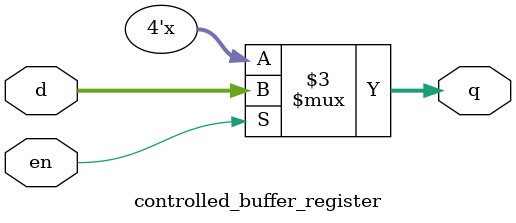
<source format=v>
module controlled_buffer_register (
  input  [3:0] d,   // 4-bit input
  input        en,  // Enable signal
  output reg [3:0] q
);
  always @(*) begin
    if (en)
      q = d;        // Pass data when enable is high
    else
      q = 4'bzzzz;  // High impedance (acts like disconnected)
  end
endmodule

</source>
